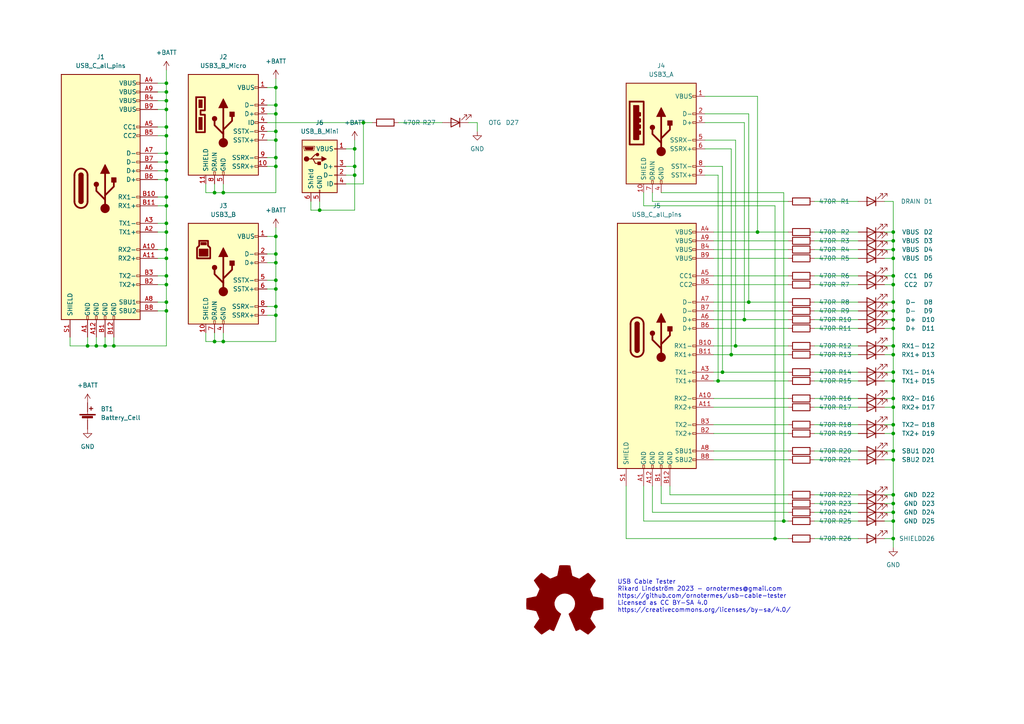
<source format=kicad_sch>
(kicad_sch (version 20211123) (generator eeschema)
  (paper "A4")
  (lib_symbols
    (symbol "Connector:USB3_A" (pin_names (offset 1.016))
      (property "Reference" "J" (at -10.16 15.24 0))
      (property "Value" "USB3_A" (at 10.16 15.24 0))
      (symbol "USB3_A_1_1"
        (pin power_in line (at 12.7 10.16 180) (length 2.54) (name "VBUS") (number "1"))
        (pin passive line (at -5.08 -17.78 90) (length 2.54) (name "SHIELD") (number "10"))
        (pin bidirectional line (at 12.7 5.08 180) (length 2.54) (name "D-") (number "2"))
        (pin bidirectional line (at 12.7 2.54 180) (length 2.54) (name "D+") (number "3"))
        (pin power_in line (at 0 -17.78 90) (length 2.54) (name "GND") (number "4"))
        (pin output line (at 12.7 -2.54 180) (length 2.54) (name "SSRX-") (number "5"))
        (pin output line (at 12.7 -5.08 180) (length 2.54) (name "SSRX+") (number "6"))
        (pin passive line (at -2.54 -17.78 90) (length 2.54) (name "DRAIN") (number "7"))
        (pin input line (at 12.7 -10.16 180) (length 2.54) (name "SSTX-") (number "8"))
        (pin input line (at 12.7 -12.7 180) (length 2.54) (name "SSTX+") (number "9"))
      )
    )
    (symbol "Connector:USB3_B" (pin_names (offset 1.016))
      (property "Reference" "J" (at -10.16 15.24 0))
      (property "Value" "USB3_B" (at 10.16 15.24 0))
      (symbol "USB3_B_1_1"
        (pin power_out line (at 12.7 10.16 180) (length 2.54) (name "VBUS") (number "1"))
        (pin passive line (at -5.08 -17.78 90) (length 2.54) (name "SHIELD") (number "10"))
        (pin bidirectional line (at 12.7 5.08 180) (length 2.54) (name "D-") (number "2"))
        (pin bidirectional line (at 12.7 2.54 180) (length 2.54) (name "D+") (number "3"))
        (pin power_out line (at 0 -17.78 90) (length 2.54) (name "GND") (number "4"))
        (pin output line (at 12.7 -2.54 180) (length 2.54) (name "SSTX-") (number "5"))
        (pin output line (at 12.7 -5.08 180) (length 2.54) (name "SSTX+") (number "6"))
        (pin passive line (at -2.54 -17.78 90) (length 2.54) (name "DRAIN") (number "7"))
        (pin input line (at 12.7 -10.16 180) (length 2.54) (name "SSRX-") (number "8"))
        (pin input line (at 12.7 -12.7 180) (length 2.54) (name "SSRX+") (number "9"))
      )
    )
    (symbol "Connector:USB3_B_Micro" (pin_names (offset 1.016))
      (property "Reference" "J" (at -10.16 15.24 0))
      (property "Value" "USB3_B_Micro" (at 10.16 15.24 0))
      (symbol "USB3_B_Micro_1_1"
        (pin power_out line (at 12.7 10.16 180) (length 2.54) (name "VBUS") (number "1"))
        (pin input line (at 12.7 -12.7 180) (length 2.54) (name "SSRX+") (number "10"))
        (pin passive line (at -5.08 -17.78 90) (length 2.54) (name "SHIELD") (number "11"))
        (pin bidirectional line (at 12.7 5.08 180) (length 2.54) (name "D-") (number "2"))
        (pin bidirectional line (at 12.7 2.54 180) (length 2.54) (name "D+") (number "3"))
        (pin passive line (at 12.7 0 180) (length 2.54) (name "ID") (number "4"))
        (pin power_out line (at 0 -17.78 90) (length 2.54) (name "GND") (number "5"))
        (pin output line (at 12.7 -2.54 180) (length 2.54) (name "SSTX-") (number "6"))
        (pin output line (at 12.7 -5.08 180) (length 2.54) (name "SSTX+") (number "7"))
        (pin passive line (at -2.54 -17.78 90) (length 2.54) (name "DRAIN") (number "8"))
        (pin input line (at 12.7 -10.16 180) (length 2.54) (name "SSRX-") (number "9"))
      )
    )
    (symbol "Connector:USB_B_Mini" (pin_names (offset 1.016))
      (property "Reference" "J" (at -5.08 11.43 0))
      (property "Value" "USB_B_Mini" (at -5.08 8.89 0))
      (symbol "USB_B_Mini_1_1"
        (pin power_out line (at 7.62 5.08 180) (length 2.54) (name "VBUS") (number "1"))
        (pin bidirectional line (at 7.62 -2.54 180) (length 2.54) (name "D-") (number "2"))
        (pin bidirectional line (at 7.62 0 180) (length 2.54) (name "D+") (number "3"))
        (pin passive line (at 7.62 -5.08 180) (length 2.54) (name "ID") (number "4"))
        (pin power_out line (at 0 -10.16 90) (length 2.54) (name "GND") (number "5"))
        (pin passive line (at -2.54 -10.16 90) (length 2.54) (name "Shield") (number "6"))
      )
    )
    (symbol "Device:Battery_Cell" (pin_numbers hide) (pin_names (offset 0) hide)
      (property "Reference" "BT" (at 2.54 2.54 0))
      (property "Value" "Battery_Cell" (at 2.54 0 0))
      (symbol "Battery_Cell_1_1"
        (pin passive line (at 0 5.08 270) (length 2.54) (name "+") (number "1"))
        (pin passive line (at 0 -2.54 90) (length 2.54) (name "-") (number "2"))
      )
    )
    (symbol "Device:LED" (pin_numbers hide) (pin_names (offset 1.016) hide)
      (property "Reference" "D" (at 0 2.54 0))
      (property "Value" "LED" (at 0 -2.54 0))
      (symbol "LED_1_1"
        (pin passive line (at -3.81 0 0) (length 2.54) (name "K") (number "1"))
        (pin passive line (at 3.81 0 180) (length 2.54) (name "A") (number "2"))
      )
    )
    (symbol "Device:R" (pin_numbers hide) (pin_names (offset 0))
      (property "Reference" "R" (at 2.032 0 90))
      (property "Value" "R" (at 0 0 90))
      (symbol "R_1_1"
        (pin passive line (at 0 3.81 270) (length 1.27) (name "~") (number "1"))
        (pin passive line (at 0 -3.81 90) (length 1.27) (name "~") (number "2"))
      )
    )
    (symbol "Graphic:Logo_Open_Hardware_Large" (pin_names (offset 1.016)))
    (symbol "misc:USB_C_all_pins" (pin_names (offset 1.016))
      (property "Reference" "J" (at -12.7 34.29 0))
      (property "Value" "USB_C_all_pins" (at 10.16 34.29 0))
      (symbol "USB_C_all_pins_1_1"
        (pin passive line (at -5.08 -43.18 90) (length 5.08) (name "GND") (number "A1"))
        (pin bidirectional line (at 15.24 -17.78 180) (length 5.08) (name "RX2-") (number "A10"))
        (pin bidirectional line (at 15.24 -20.32 180) (length 5.08) (name "RX2+") (number "A11"))
        (pin passive line (at -2.54 -43.18 90) (length 5.08) (name "GND") (number "A12"))
        (pin bidirectional line (at 15.24 -12.7 180) (length 5.08) (name "TX1+") (number "A2"))
        (pin bidirectional line (at 15.24 -10.16 180) (length 5.08) (name "TX1-") (number "A3"))
        (pin passive line (at 15.24 30.48 180) (length 5.08) (name "VBUS") (number "A4"))
        (pin bidirectional line (at 15.24 17.78 180) (length 5.08) (name "CC1") (number "A5"))
        (pin bidirectional line (at 15.24 5.08 180) (length 5.08) (name "D+") (number "A6"))
        (pin bidirectional line (at 15.24 10.16 180) (length 5.08) (name "D-") (number "A7"))
        (pin bidirectional line (at 15.24 -33.02 180) (length 5.08) (name "SBU1") (number "A8"))
        (pin passive line (at 15.24 27.94 180) (length 5.08) (name "VBUS") (number "A9"))
        (pin passive line (at 0 -43.18 90) (length 5.08) (name "GND") (number "B1"))
        (pin bidirectional line (at 15.24 -2.54 180) (length 5.08) (name "RX1-") (number "B10"))
        (pin bidirectional line (at 15.24 -5.08 180) (length 5.08) (name "RX1+") (number "B11"))
        (pin passive line (at 2.54 -43.18 90) (length 5.08) (name "GND") (number "B12"))
        (pin bidirectional line (at 15.24 -27.94 180) (length 5.08) (name "TX2+") (number "B2"))
        (pin bidirectional line (at 15.24 -25.4 180) (length 5.08) (name "TX2-") (number "B3"))
        (pin passive line (at 15.24 25.4 180) (length 5.08) (name "VBUS") (number "B4"))
        (pin bidirectional line (at 15.24 15.24 180) (length 5.08) (name "CC2") (number "B5"))
        (pin bidirectional line (at 15.24 2.54 180) (length 5.08) (name "D+") (number "B6"))
        (pin bidirectional line (at 15.24 7.62 180) (length 5.08) (name "D-") (number "B7"))
        (pin bidirectional line (at 15.24 -35.56 180) (length 5.08) (name "SBU2") (number "B8"))
        (pin passive line (at 15.24 22.86 180) (length 5.08) (name "VBUS") (number "B9"))
        (pin passive line (at -10.16 -43.18 90) (length 5.08) (name "SHIELD") (number "S1"))
      )
    )
    (symbol "power:+BATT" (power) (pin_names (offset 0))
      (property "Value" "+BATT" (at 0 3.556 0))
      (symbol "+BATT_1_1"
        (pin power_in line (at 0 0 90) (length 0) hide (name "+BATT") (number "1"))
      )
    )
    (symbol "power:GND" (power) (pin_names (offset 0))
      (property "Value" "GND" (at 0 -3.81 0))
      (symbol "GND_1_1"
        (pin power_in line (at 0 0 270) (length 0) hide (name "GND") (number "1"))
      )
    )
  )
  (junction (at 259.08 90.17))
  (junction (at 102.87 48.26))
  (junction (at 80.01 68.58))
  (junction (at 259.08 82.55))
  (junction (at 80.01 76.2))
  (junction (at 259.08 102.87))
  (junction (at 27.94 100.33))
  (junction (at 48.26 57.15))
  (junction (at 259.08 151.13))
  (junction (at 48.26 67.31))
  (junction (at 33.02 100.33))
  (junction (at 80.01 73.66))
  (junction (at 215.9 92.71))
  (junction (at 80.01 45.72))
  (junction (at 213.36 100.33))
  (junction (at 80.01 88.9))
  (junction (at 92.71 60.96))
  (junction (at 48.26 39.37))
  (junction (at 80.01 48.26))
  (junction (at 259.08 148.59))
  (junction (at 80.01 30.48))
  (junction (at 80.01 25.4))
  (junction (at 48.26 80.01))
  (junction (at 259.08 80.01))
  (junction (at 259.08 72.39))
  (junction (at 48.26 59.69))
  (junction (at 259.08 115.57))
  (junction (at 80.01 83.82))
  (junction (at 48.26 29.21))
  (junction (at 48.26 31.75))
  (junction (at 48.26 87.63))
  (junction (at 48.26 46.99))
  (junction (at 259.08 133.35))
  (junction (at 259.08 95.25))
  (junction (at 80.01 33.02))
  (junction (at 259.08 74.93))
  (junction (at 217.17 87.63))
  (junction (at 105.41 35.56))
  (junction (at 219.71 67.31))
  (junction (at 48.26 82.55))
  (junction (at 48.26 74.93))
  (junction (at 25.4 100.33))
  (junction (at 80.01 38.1))
  (junction (at 259.08 92.71))
  (junction (at 259.08 130.81))
  (junction (at 259.08 123.19))
  (junction (at 259.08 67.31))
  (junction (at 48.26 36.83))
  (junction (at 30.48 100.33))
  (junction (at 224.79 156.21))
  (junction (at 80.01 91.44))
  (junction (at 259.08 110.49))
  (junction (at 80.01 81.28))
  (junction (at 48.26 52.07))
  (junction (at 48.26 26.67))
  (junction (at 259.08 69.85))
  (junction (at 102.87 43.18))
  (junction (at 48.26 64.77))
  (junction (at 48.26 49.53))
  (junction (at 48.26 90.17))
  (junction (at 102.87 50.8))
  (junction (at 48.26 44.45))
  (junction (at 259.08 143.51))
  (junction (at 259.08 100.33))
  (junction (at 48.26 72.39))
  (junction (at 64.77 99.06))
  (junction (at 227.33 151.13))
  (junction (at 259.08 107.95))
  (junction (at 64.77 55.88))
  (junction (at 212.09 102.87))
  (junction (at 259.08 156.21))
  (junction (at 62.23 99.06))
  (junction (at 259.08 146.05))
  (junction (at 80.01 40.64))
  (junction (at 48.26 24.13))
  (junction (at 259.08 87.63))
  (junction (at 259.08 118.11))
  (junction (at 209.55 107.95))
  (junction (at 208.28 110.49))
  (junction (at 259.08 125.73))
  (junction (at 62.23 55.88))
  (wire (pts (xy 259.08 74.93) (xy 259.08 72.39)))
  (wire (pts (xy 100.33 43.18) (xy 102.87 43.18)))
  (wire (pts (xy 59.69 96.52) (xy 59.69 99.06)))
  (wire (pts (xy 62.23 96.52) (xy 62.23 99.06)))
  (wire (pts (xy 236.22 123.19) (xy 248.92 123.19)))
  (wire (pts (xy 45.72 31.75) (xy 48.26 31.75)))
  (wire (pts (xy 256.54 115.57) (xy 259.08 115.57)))
  (wire (pts (xy 77.47 91.44) (xy 80.01 91.44)))
  (wire (pts (xy 105.41 53.34) (xy 105.41 35.56)))
  (wire (pts (xy 20.32 100.33) (xy 25.4 100.33)))
  (wire (pts (xy 33.02 97.79) (xy 33.02 100.33)))
  (wire (pts (xy 259.08 146.05) (xy 259.08 143.51)))
  (wire (pts (xy 64.77 96.52) (xy 64.77 99.06)))
  (wire (pts (xy 59.69 53.34) (xy 59.69 55.88)))
  (wire (pts (xy 92.71 58.42) (xy 92.71 60.96)))
  (wire (pts (xy 256.54 156.21) (xy 259.08 156.21)))
  (wire (pts (xy 77.47 40.64) (xy 80.01 40.64)))
  (wire (pts (xy 236.22 146.05) (xy 248.92 146.05)))
  (wire (pts (xy 48.26 24.13) (xy 48.26 20.32)))
  (wire (pts (xy 48.26 39.37) (xy 48.26 36.83)))
  (wire (pts (xy 227.33 151.13) (xy 186.69 151.13)))
  (wire (pts (xy 259.08 69.85) (xy 259.08 67.31)))
  (wire (pts (xy 256.54 69.85) (xy 259.08 69.85)))
  (wire (pts (xy 80.01 81.28) (xy 80.01 76.2)))
  (wire (pts (xy 259.08 90.17) (xy 259.08 87.63)))
  (wire (pts (xy 256.54 146.05) (xy 259.08 146.05)))
  (wire (pts (xy 62.23 53.34) (xy 62.23 55.88)))
  (wire (pts (xy 45.72 49.53) (xy 48.26 49.53)))
  (wire (pts (xy 102.87 40.64) (xy 102.87 43.18)))
  (wire (pts (xy 77.47 76.2) (xy 80.01 76.2)))
  (wire (pts (xy 207.01 107.95) (xy 209.55 107.95)))
  (wire (pts (xy 236.22 58.42) (xy 248.92 58.42)))
  (wire (pts (xy 62.23 99.06) (xy 64.77 99.06)))
  (wire (pts (xy 100.33 48.26) (xy 102.87 48.26)))
  (wire (pts (xy 105.41 35.56) (xy 107.95 35.56)))
  (wire (pts (xy 62.23 55.88) (xy 64.77 55.88)))
  (wire (pts (xy 256.54 74.93) (xy 259.08 74.93)))
  (wire (pts (xy 45.72 74.93) (xy 48.26 74.93)))
  (wire (pts (xy 115.57 35.56) (xy 128.27 35.56)))
  (wire (pts (xy 236.22 110.49) (xy 248.92 110.49)))
  (wire (pts (xy 207.01 90.17) (xy 228.6 90.17)))
  (wire (pts (xy 256.54 80.01) (xy 259.08 80.01)))
  (wire (pts (xy 219.71 27.94) (xy 219.71 67.31)))
  (wire (pts (xy 236.22 125.73) (xy 248.92 125.73)))
  (wire (pts (xy 48.26 52.07) (xy 48.26 49.53)))
  (wire (pts (xy 64.77 53.34) (xy 64.77 55.88)))
  (wire (pts (xy 48.26 36.83) (xy 48.26 31.75)))
  (wire (pts (xy 138.43 35.56) (xy 138.43 38.1)))
  (wire (pts (xy 80.01 33.02) (xy 80.01 38.1)))
  (wire (pts (xy 45.72 80.01) (xy 48.26 80.01)))
  (wire (pts (xy 256.54 130.81) (xy 259.08 130.81)))
  (wire (pts (xy 194.31 140.97) (xy 194.31 143.51)))
  (wire (pts (xy 236.22 82.55) (xy 248.92 82.55)))
  (wire (pts (xy 207.01 100.33) (xy 213.36 100.33)))
  (wire (pts (xy 236.22 80.01) (xy 248.92 80.01)))
  (wire (pts (xy 259.08 158.75) (xy 259.08 156.21)))
  (wire (pts (xy 80.01 88.9) (xy 80.01 83.82)))
  (wire (pts (xy 228.6 156.21) (xy 224.79 156.21)))
  (wire (pts (xy 217.17 33.02) (xy 217.17 87.63)))
  (wire (pts (xy 256.54 82.55) (xy 259.08 82.55)))
  (wire (pts (xy 77.47 35.56) (xy 105.41 35.56)))
  (wire (pts (xy 48.26 87.63) (xy 48.26 82.55)))
  (wire (pts (xy 256.54 110.49) (xy 259.08 110.49)))
  (wire (pts (xy 256.54 143.51) (xy 259.08 143.51)))
  (wire (pts (xy 80.01 48.26) (xy 80.01 45.72)))
  (wire (pts (xy 236.22 72.39) (xy 248.92 72.39)))
  (wire (pts (xy 59.69 99.06) (xy 62.23 99.06)))
  (wire (pts (xy 213.36 100.33) (xy 228.6 100.33)))
  (wire (pts (xy 204.47 27.94) (xy 219.71 27.94)))
  (wire (pts (xy 207.01 67.31) (xy 219.71 67.31)))
  (wire (pts (xy 45.72 90.17) (xy 48.26 90.17)))
  (wire (pts (xy 228.6 151.13) (xy 227.33 151.13)))
  (wire (pts (xy 207.01 69.85) (xy 228.6 69.85)))
  (wire (pts (xy 80.01 33.02) (xy 80.01 30.48)))
  (wire (pts (xy 48.26 82.55) (xy 48.26 80.01)))
  (wire (pts (xy 256.54 125.73) (xy 259.08 125.73)))
  (wire (pts (xy 256.54 151.13) (xy 259.08 151.13)))
  (wire (pts (xy 80.01 25.4) (xy 80.01 22.86)))
  (wire (pts (xy 259.08 143.51) (xy 259.08 133.35)))
  (wire (pts (xy 207.01 110.49) (xy 208.28 110.49)))
  (wire (pts (xy 236.22 130.81) (xy 248.92 130.81)))
  (wire (pts (xy 80.01 68.58) (xy 80.01 66.04)))
  (wire (pts (xy 48.26 80.01) (xy 48.26 74.93)))
  (wire (pts (xy 45.72 67.31) (xy 48.26 67.31)))
  (wire (pts (xy 259.08 102.87) (xy 259.08 100.33)))
  (wire (pts (xy 80.01 83.82) (xy 80.01 81.28)))
  (wire (pts (xy 64.77 55.88) (xy 80.01 55.88)))
  (wire (pts (xy 48.26 26.67) (xy 48.26 24.13)))
  (wire (pts (xy 213.36 40.64) (xy 213.36 100.33)))
  (wire (pts (xy 207.01 82.55) (xy 228.6 82.55)))
  (wire (pts (xy 189.23 140.97) (xy 189.23 148.59)))
  (wire (pts (xy 64.77 99.06) (xy 80.01 99.06)))
  (wire (pts (xy 189.23 58.42) (xy 189.23 55.88)))
  (wire (pts (xy 27.94 97.79) (xy 27.94 100.33)))
  (wire (pts (xy 228.6 58.42) (xy 189.23 58.42)))
  (wire (pts (xy 45.72 39.37) (xy 48.26 39.37)))
  (wire (pts (xy 80.01 40.64) (xy 80.01 38.1)))
  (wire (pts (xy 77.47 83.82) (xy 80.01 83.82)))
  (wire (pts (xy 45.72 24.13) (xy 48.26 24.13)))
  (wire (pts (xy 45.72 29.21) (xy 48.26 29.21)))
  (wire (pts (xy 186.69 59.69) (xy 224.79 59.69)))
  (wire (pts (xy 236.22 90.17) (xy 248.92 90.17)))
  (wire (pts (xy 48.26 31.75) (xy 48.26 29.21)))
  (wire (pts (xy 48.26 57.15) (xy 48.26 52.07)))
  (wire (pts (xy 256.54 90.17) (xy 259.08 90.17)))
  (wire (pts (xy 102.87 50.8) (xy 102.87 60.96)))
  (wire (pts (xy 236.22 92.71) (xy 248.92 92.71)))
  (wire (pts (xy 45.72 46.99) (xy 48.26 46.99)))
  (wire (pts (xy 90.17 60.96) (xy 92.71 60.96)))
  (wire (pts (xy 48.26 49.53) (xy 48.26 46.99)))
  (wire (pts (xy 48.26 100.33) (xy 48.26 90.17)))
  (wire (pts (xy 100.33 53.34) (xy 105.41 53.34)))
  (wire (pts (xy 259.08 67.31) (xy 259.08 58.42)))
  (wire (pts (xy 236.22 115.57) (xy 248.92 115.57)))
  (wire (pts (xy 259.08 115.57) (xy 259.08 110.49)))
  (wire (pts (xy 256.54 123.19) (xy 259.08 123.19)))
  (wire (pts (xy 227.33 55.88) (xy 227.33 151.13)))
  (wire (pts (xy 207.01 118.11) (xy 228.6 118.11)))
  (wire (pts (xy 256.54 102.87) (xy 259.08 102.87)))
  (wire (pts (xy 256.54 87.63) (xy 259.08 87.63)))
  (wire (pts (xy 77.47 73.66) (xy 80.01 73.66)))
  (wire (pts (xy 204.47 50.8) (xy 208.28 50.8)))
  (wire (pts (xy 80.01 55.88) (xy 80.01 48.26)))
  (wire (pts (xy 224.79 156.21) (xy 181.61 156.21)))
  (wire (pts (xy 80.01 30.48) (xy 80.01 25.4)))
  (wire (pts (xy 207.01 133.35) (xy 228.6 133.35)))
  (wire (pts (xy 48.26 46.99) (xy 48.26 44.45)))
  (wire (pts (xy 219.71 67.31) (xy 228.6 67.31)))
  (wire (pts (xy 80.01 76.2) (xy 80.01 73.66)))
  (wire (pts (xy 77.47 68.58) (xy 80.01 68.58)))
  (wire (pts (xy 77.47 38.1) (xy 80.01 38.1)))
  (wire (pts (xy 236.22 107.95) (xy 248.92 107.95)))
  (wire (pts (xy 27.94 100.33) (xy 30.48 100.33)))
  (wire (pts (xy 207.01 115.57) (xy 228.6 115.57)))
  (wire (pts (xy 236.22 133.35) (xy 248.92 133.35)))
  (wire (pts (xy 48.26 44.45) (xy 48.26 39.37)))
  (wire (pts (xy 217.17 87.63) (xy 228.6 87.63)))
  (wire (pts (xy 48.26 59.69) (xy 48.26 57.15)))
  (wire (pts (xy 236.22 156.21) (xy 248.92 156.21)))
  (wire (pts (xy 45.72 59.69) (xy 48.26 59.69)))
  (wire (pts (xy 256.54 92.71) (xy 259.08 92.71)))
  (wire (pts (xy 215.9 35.56) (xy 215.9 92.71)))
  (wire (pts (xy 236.22 74.93) (xy 248.92 74.93)))
  (wire (pts (xy 207.01 130.81) (xy 228.6 130.81)))
  (wire (pts (xy 191.77 146.05) (xy 228.6 146.05)))
  (wire (pts (xy 256.54 118.11) (xy 259.08 118.11)))
  (wire (pts (xy 186.69 151.13) (xy 186.69 140.97)))
  (wire (pts (xy 259.08 148.59) (xy 259.08 146.05)))
  (wire (pts (xy 189.23 148.59) (xy 228.6 148.59)))
  (wire (pts (xy 236.22 100.33) (xy 248.92 100.33)))
  (wire (pts (xy 25.4 97.79) (xy 25.4 100.33)))
  (wire (pts (xy 236.22 102.87) (xy 248.92 102.87)))
  (wire (pts (xy 256.54 100.33) (xy 259.08 100.33)))
  (wire (pts (xy 259.08 133.35) (xy 259.08 130.81)))
  (wire (pts (xy 20.32 97.79) (xy 20.32 100.33)))
  (wire (pts (xy 194.31 143.51) (xy 228.6 143.51)))
  (wire (pts (xy 259.08 110.49) (xy 259.08 107.95)))
  (wire (pts (xy 207.01 123.19) (xy 228.6 123.19)))
  (wire (pts (xy 45.72 57.15) (xy 48.26 57.15)))
  (wire (pts (xy 80.01 91.44) (xy 80.01 88.9)))
  (wire (pts (xy 204.47 35.56) (xy 215.9 35.56)))
  (wire (pts (xy 208.28 110.49) (xy 228.6 110.49)))
  (wire (pts (xy 207.01 92.71) (xy 215.9 92.71)))
  (wire (pts (xy 204.47 48.26) (xy 209.55 48.26)))
  (wire (pts (xy 236.22 67.31) (xy 248.92 67.31)))
  (wire (pts (xy 102.87 48.26) (xy 102.87 50.8)))
  (wire (pts (xy 212.09 102.87) (xy 228.6 102.87)))
  (wire (pts (xy 77.47 88.9) (xy 80.01 88.9)))
  (wire (pts (xy 30.48 100.33) (xy 33.02 100.33)))
  (wire (pts (xy 207.01 80.01) (xy 228.6 80.01)))
  (wire (pts (xy 236.22 143.51) (xy 248.92 143.51)))
  (wire (pts (xy 48.26 74.93) (xy 48.26 72.39)))
  (wire (pts (xy 45.72 26.67) (xy 48.26 26.67)))
  (wire (pts (xy 256.54 107.95) (xy 259.08 107.95)))
  (wire (pts (xy 77.47 45.72) (xy 80.01 45.72)))
  (wire (pts (xy 191.77 140.97) (xy 191.77 146.05)))
  (wire (pts (xy 259.08 80.01) (xy 259.08 74.93)))
  (wire (pts (xy 236.22 95.25) (xy 248.92 95.25)))
  (wire (pts (xy 77.47 30.48) (xy 80.01 30.48)))
  (wire (pts (xy 256.54 72.39) (xy 259.08 72.39)))
  (wire (pts (xy 48.26 72.39) (xy 48.26 67.31)))
  (wire (pts (xy 45.72 82.55) (xy 48.26 82.55)))
  (wire (pts (xy 259.08 72.39) (xy 259.08 69.85)))
  (wire (pts (xy 215.9 92.71) (xy 228.6 92.71)))
  (wire (pts (xy 77.47 33.02) (xy 80.01 33.02)))
  (wire (pts (xy 30.48 97.79) (xy 30.48 100.33)))
  (wire (pts (xy 77.47 25.4) (xy 80.01 25.4)))
  (wire (pts (xy 259.08 123.19) (xy 259.08 118.11)))
  (wire (pts (xy 59.69 55.88) (xy 62.23 55.88)))
  (wire (pts (xy 212.09 43.18) (xy 212.09 102.87)))
  (wire (pts (xy 256.54 148.59) (xy 259.08 148.59)))
  (wire (pts (xy 48.26 29.21) (xy 48.26 26.67)))
  (wire (pts (xy 259.08 151.13) (xy 259.08 148.59)))
  (wire (pts (xy 90.17 58.42) (xy 90.17 60.96)))
  (wire (pts (xy 45.72 87.63) (xy 48.26 87.63)))
  (wire (pts (xy 204.47 33.02) (xy 217.17 33.02)))
  (wire (pts (xy 80.01 99.06) (xy 80.01 91.44)))
  (wire (pts (xy 207.01 125.73) (xy 228.6 125.73)))
  (wire (pts (xy 259.08 92.71) (xy 259.08 90.17)))
  (wire (pts (xy 259.08 107.95) (xy 259.08 102.87)))
  (wire (pts (xy 259.08 156.21) (xy 259.08 151.13)))
  (wire (pts (xy 45.72 44.45) (xy 48.26 44.45)))
  (wire (pts (xy 259.08 100.33) (xy 259.08 95.25)))
  (wire (pts (xy 77.47 81.28) (xy 80.01 81.28)))
  (wire (pts (xy 80.01 45.72) (xy 80.01 40.64)))
  (wire (pts (xy 204.47 40.64) (xy 213.36 40.64)))
  (wire (pts (xy 209.55 107.95) (xy 228.6 107.95)))
  (wire (pts (xy 207.01 72.39) (xy 228.6 72.39)))
  (wire (pts (xy 259.08 130.81) (xy 259.08 125.73)))
  (wire (pts (xy 92.71 60.96) (xy 102.87 60.96)))
  (wire (pts (xy 45.72 52.07) (xy 48.26 52.07)))
  (wire (pts (xy 236.22 118.11) (xy 248.92 118.11)))
  (wire (pts (xy 48.26 67.31) (xy 48.26 64.77)))
  (wire (pts (xy 236.22 87.63) (xy 248.92 87.63)))
  (wire (pts (xy 236.22 69.85) (xy 248.92 69.85)))
  (wire (pts (xy 259.08 82.55) (xy 259.08 80.01)))
  (wire (pts (xy 45.72 72.39) (xy 48.26 72.39)))
  (wire (pts (xy 135.89 35.56) (xy 138.43 35.56)))
  (wire (pts (xy 100.33 50.8) (xy 102.87 50.8)))
  (wire (pts (xy 33.02 100.33) (xy 48.26 100.33)))
  (wire (pts (xy 256.54 67.31) (xy 259.08 67.31)))
  (wire (pts (xy 48.26 90.17) (xy 48.26 87.63)))
  (wire (pts (xy 209.55 48.26) (xy 209.55 107.95)))
  (wire (pts (xy 77.47 48.26) (xy 80.01 48.26)))
  (wire (pts (xy 259.08 125.73) (xy 259.08 123.19)))
  (wire (pts (xy 259.08 87.63) (xy 259.08 82.55)))
  (wire (pts (xy 208.28 50.8) (xy 208.28 110.49)))
  (wire (pts (xy 25.4 100.33) (xy 27.94 100.33)))
  (wire (pts (xy 45.72 36.83) (xy 48.26 36.83)))
  (wire (pts (xy 236.22 151.13) (xy 248.92 151.13)))
  (wire (pts (xy 207.01 95.25) (xy 228.6 95.25)))
  (wire (pts (xy 259.08 118.11) (xy 259.08 115.57)))
  (wire (pts (xy 48.26 64.77) (xy 48.26 59.69)))
  (wire (pts (xy 256.54 133.35) (xy 259.08 133.35)))
  (wire (pts (xy 224.79 59.69) (xy 224.79 156.21)))
  (wire (pts (xy 186.69 55.88) (xy 186.69 59.69)))
  (wire (pts (xy 207.01 87.63) (xy 217.17 87.63)))
  (wire (pts (xy 191.77 55.88) (xy 227.33 55.88)))
  (wire (pts (xy 259.08 95.25) (xy 259.08 92.71)))
  (wire (pts (xy 256.54 95.25) (xy 259.08 95.25)))
  (wire (pts (xy 207.01 74.93) (xy 228.6 74.93)))
  (wire (pts (xy 236.22 148.59) (xy 248.92 148.59)))
  (wire (pts (xy 80.01 73.66) (xy 80.01 68.58)))
  (wire (pts (xy 102.87 43.18) (xy 102.87 48.26)))
  (wire (pts (xy 207.01 102.87) (xy 212.09 102.87)))
  (wire (pts (xy 259.08 58.42) (xy 256.54 58.42)))
  (wire (pts (xy 181.61 156.21) (xy 181.61 140.97)))
  (wire (pts (xy 45.72 64.77) (xy 48.26 64.77)))
  (wire (pts (xy 204.47 43.18) (xy 212.09 43.18)))
  (text "USB Cable Tester\nRikard Lindström 2023 - ornotermes@gmail.com\nhttps://github.com/ornotermes/usb-cable-tester\nLicensed as CC BY-SA 4.0\nhttps://creativecommons.org/licenses/by-sa/4.0/" (at 179.07 177.8 0) (effects (font (size 1.27 1.27)) (justify left bottom)))
  (symbol (lib_id "Device:R") (at 232.41 133.35 90) (unit 1)
    (property "Reference" "R21" (at 245.11 133.35 90))
    (property "Value" "470R" (at 240.03 133.35 90))
    (property "Footprint" "Resistor_SMD:R_0805_2012Metric" (effects hide))
  )
  (symbol (lib_id "Device:LED") (at 252.73 80.01 180) (unit 1)
    (property "Reference" "D6" (at 269.24 80.01 0))
    (property "Value" "CC1" (at 264.16 80.01 0))
    (property "Footprint" "LED_SMD:LED_0805_2012Metric" (effects hide))
  )
  (symbol (lib_id "Device:LED") (at 252.73 148.59 180) (unit 1)
    (property "Reference" "D24" (at 269.24 148.59 0))
    (property "Value" "GND" (at 264.16 148.59 0))
    (property "Footprint" "LED_SMD:LED_0805_2012Metric" (effects hide))
  )
  (symbol (lib_id "Device:LED") (at 252.73 100.33 180) (unit 1)
    (property "Reference" "D12" (at 269.24 100.33 0))
    (property "Value" "RX1-" (at 264.16 100.33 0))
    (property "Footprint" "LED_SMD:LED_0805_2012Metric" (effects hide))
  )
  (symbol (lib_id "Device:R") (at 232.41 74.93 90) (unit 1)
    (property "Reference" "R5" (at 245.11 74.93 90))
    (property "Value" "470R" (at 240.03 74.93 90))
    (property "Footprint" "Resistor_SMD:R_0805_2012Metric" (effects hide))
  )
  (symbol (lib_id "Device:R") (at 232.41 143.51 90) (unit 1)
    (property "Reference" "R22" (at 245.11 143.51 90))
    (property "Value" "470R" (at 240.03 143.51 90))
    (property "Footprint" "Resistor_SMD:R_0805_2012Metric" (effects hide))
  )
  (symbol (lib_id "Device:LED") (at 252.73 151.13 180) (unit 1)
    (property "Reference" "D25" (at 269.24 151.13 0))
    (property "Value" "GND" (at 264.16 151.13 0))
    (property "Footprint" "LED_SMD:LED_0805_2012Metric" (effects hide))
  )
  (symbol (lib_id "power:GND") (at 138.43 38.1 0) (unit 1)
    (property "Reference" "#PWR07" (effects hide))
    (property "Value" "GND" (at 138.43 43.18 0))
  )
  (symbol (lib_id "Device:LED") (at 252.73 123.19 180) (unit 1)
    (property "Reference" "D18" (at 269.24 123.19 0))
    (property "Value" "TX2-" (at 264.16 123.19 0))
    (property "Footprint" "LED_SMD:LED_0805_2012Metric" (effects hide))
  )
  (symbol (lib_id "Device:R") (at 232.41 115.57 90) (unit 1)
    (property "Reference" "R16" (at 245.11 115.57 90))
    (property "Value" "470R" (at 240.03 115.57 90))
    (property "Footprint" "Resistor_SMD:R_0805_2012Metric" (effects hide))
  )
  (symbol (lib_id "power:+BATT") (at 80.01 66.04 0) (unit 1)
    (property "Reference" "#PWR05" (effects hide))
    (property "Value" "+BATT" (at 80.01 60.96 0))
  )
  (symbol (lib_id "Device:R") (at 232.41 72.39 90) (unit 1)
    (property "Reference" "R4" (at 245.11 72.39 90))
    (property "Value" "470R" (at 240.03 72.39 90))
    (property "Footprint" "Resistor_SMD:R_0805_2012Metric" (effects hide))
  )
  (symbol (lib_id "Device:LED") (at 252.73 118.11 180) (unit 1)
    (property "Reference" "D17" (at 269.24 118.11 0))
    (property "Value" "RX2+" (at 264.16 118.11 0))
    (property "Footprint" "LED_SMD:LED_0805_2012Metric" (effects hide))
  )
  (symbol (lib_id "Device:R") (at 232.41 87.63 90) (unit 1)
    (property "Reference" "R8" (at 245.11 87.63 90))
    (property "Value" "470R" (at 240.03 87.63 90))
    (property "Footprint" "Resistor_SMD:R_0805_2012Metric" (effects hide))
  )
  (symbol (lib_id "Device:R") (at 232.41 95.25 90) (unit 1)
    (property "Reference" "R11" (at 245.11 95.25 90))
    (property "Value" "470R" (at 240.03 95.25 90))
    (property "Footprint" "Resistor_SMD:R_0805_2012Metric" (effects hide))
  )
  (symbol (lib_id "power:GND") (at 25.4 124.46 0) (unit 1)
    (property "Reference" "#PWR02" (effects hide))
    (property "Value" "GND" (at 25.4 129.54 0))
  )
  (symbol (lib_id "power:GND") (at 259.08 158.75 0) (unit 1)
    (property "Reference" "#PWR06" (effects hide))
    (property "Value" "GND" (at 259.08 163.83 0))
  )
  (symbol (lib_id "Device:R") (at 232.41 123.19 90) (unit 1)
    (property "Reference" "R18" (at 245.11 123.19 90))
    (property "Value" "470R" (at 240.03 123.19 90))
    (property "Footprint" "Resistor_SMD:R_0805_2012Metric" (effects hide))
  )
  (symbol (lib_id "Device:R") (at 232.41 156.21 90) (unit 1)
    (property "Reference" "R26" (at 245.11 156.21 90))
    (property "Value" "470R" (at 240.03 156.21 90))
    (property "Footprint" "Resistor_SMD:R_0805_2012Metric" (effects hide))
  )
  (symbol (lib_id "Device:LED") (at 252.73 67.31 180) (unit 1)
    (property "Reference" "D2" (at 269.24 67.31 0))
    (property "Value" "VBUS" (at 264.16 67.31 0))
    (property "Footprint" "LED_SMD:LED_0805_2012Metric" (effects hide))
  )
  (symbol (lib_id "Device:LED") (at 252.73 82.55 180) (unit 1)
    (property "Reference" "D7" (at 269.24 82.55 0))
    (property "Value" "CC2" (at 264.16 82.55 0))
    (property "Footprint" "LED_SMD:LED_0805_2012Metric" (effects hide))
  )
  (symbol (lib_id "Device:LED") (at 252.73 95.25 180) (unit 1)
    (property "Reference" "D11" (at 269.24 95.25 0))
    (property "Value" "D+" (at 264.16 95.25 0))
    (property "Footprint" "LED_SMD:LED_0805_2012Metric" (effects hide))
  )
  (symbol (lib_id "Device:R") (at 232.41 92.71 90) (unit 1)
    (property "Reference" "R10" (at 245.11 92.71 90))
    (property "Value" "470R" (at 240.03 92.71 90))
    (property "Footprint" "Resistor_SMD:R_0805_2012Metric" (effects hide))
  )
  (symbol (lib_id "Device:LED") (at 252.73 102.87 180) (unit 1)
    (property "Reference" "D13" (at 269.24 102.87 0))
    (property "Value" "RX1+" (at 264.16 102.87 0))
    (property "Footprint" "LED_SMD:LED_0805_2012Metric" (effects hide))
  )
  (symbol (lib_id "power:+BATT") (at 102.87 40.64 0) (unit 1)
    (property "Reference" "#PWR08" (effects hide))
    (property "Value" "+BATT" (at 102.87 35.56 0))
  )
  (symbol (lib_id "Device:R") (at 232.41 125.73 90) (unit 1)
    (property "Reference" "R19" (at 245.11 125.73 90))
    (property "Value" "470R" (at 240.03 125.73 90))
    (property "Footprint" "Resistor_SMD:R_0805_2012Metric" (effects hide))
  )
  (symbol (lib_id "power:+BATT") (at 80.01 22.86 0) (unit 1)
    (property "Reference" "#PWR04" (effects hide))
    (property "Value" "+BATT" (at 80.01 17.78 0))
  )
  (symbol (lib_id "Device:R") (at 232.41 151.13 90) (unit 1)
    (property "Reference" "R25" (at 245.11 151.13 90))
    (property "Value" "470R" (at 240.03 151.13 90))
    (property "Footprint" "Resistor_SMD:R_0805_2012Metric" (effects hide))
  )
  (symbol (lib_id "Device:R") (at 232.41 58.42 90) (unit 1)
    (property "Reference" "R1" (at 245.11 58.42 90))
    (property "Value" "470R" (at 240.03 58.42 90))
    (property "Footprint" "Resistor_SMD:R_0805_2012Metric" (effects hide))
  )
  (symbol (lib_id "Device:LED") (at 252.73 107.95 180) (unit 1)
    (property "Reference" "D14" (at 269.24 107.95 0))
    (property "Value" "TX1-" (at 264.16 107.95 0))
    (property "Footprint" "LED_SMD:LED_0805_2012Metric" (effects hide))
  )
  (symbol (lib_id "Device:R") (at 232.41 67.31 90) (unit 1)
    (property "Reference" "R2" (at 245.11 67.31 90))
    (property "Value" "470R" (at 240.03 67.31 90))
    (property "Footprint" "Resistor_SMD:R_0805_2012Metric" (effects hide))
  )
  (symbol (lib_id "Connector:USB3_B_Micro") (at 64.77 35.56 0) (unit 1)
    (property "Reference" "J2" (at 64.77 16.51 0))
    (property "Value" "USB3_B_Micro" (at 64.77 19.05 0))
    (property "Footprint" "misc:USB3_Micro-AB" (effects hide))
  )
  (symbol (lib_id "Device:R") (at 232.41 110.49 90) (unit 1)
    (property "Reference" "R15" (at 245.11 110.49 90))
    (property "Value" "470R" (at 240.03 110.49 90))
    (property "Footprint" "Resistor_SMD:R_0805_2012Metric" (effects hide))
  )
  (symbol (lib_id "Device:LED") (at 252.73 130.81 180) (unit 1)
    (property "Reference" "D20" (at 269.24 130.81 0))
    (property "Value" "SBU1" (at 264.16 130.81 0))
    (property "Footprint" "LED_SMD:LED_0805_2012Metric" (effects hide))
  )
  (symbol (lib_id "Device:R") (at 232.41 130.81 90) (unit 1)
    (property "Reference" "R20" (at 245.11 130.81 90))
    (property "Value" "470R" (at 240.03 130.81 90))
    (property "Footprint" "Resistor_SMD:R_0805_2012Metric" (effects hide))
  )
  (symbol (lib_id "Device:LED") (at 252.73 110.49 180) (unit 1)
    (property "Reference" "D15" (at 269.24 110.49 0))
    (property "Value" "TX1+" (at 264.16 110.49 0))
    (property "Footprint" "LED_SMD:LED_0805_2012Metric" (effects hide))
  )
  (symbol (lib_id "Device:LED") (at 252.73 133.35 180) (unit 1)
    (property "Reference" "D21" (at 269.24 133.35 0))
    (property "Value" "SBU2" (at 264.16 133.35 0))
    (property "Footprint" "LED_SMD:LED_0805_2012Metric" (effects hide))
  )
  (symbol (lib_id "Graphic:Logo_Open_Hardware_Large") (at 163.83 175.26 0) (unit 1)
    (property "Reference" "#LOGO1" (effects hide))
    (property "Value" "Logo_Open_Hardware_Large" (effects hide))
  )
  (symbol (lib_id "Device:R") (at 232.41 118.11 90) (unit 1)
    (property "Reference" "R17" (at 245.11 118.11 90))
    (property "Value" "470R" (at 240.03 118.11 90))
    (property "Footprint" "Resistor_SMD:R_0805_2012Metric" (effects hide))
  )
  (symbol (lib_id "Device:R") (at 232.41 90.17 90) (unit 1)
    (property "Reference" "R9" (at 245.11 90.17 90))
    (property "Value" "470R" (at 240.03 90.17 90))
    (property "Footprint" "Resistor_SMD:R_0805_2012Metric" (effects hide))
  )
  (symbol (lib_id "Connector:USB3_A") (at 191.77 38.1 0) (unit 1)
    (property "Reference" "J4" (at 191.77 19.05 0))
    (property "Value" "USB3_A" (at 191.77 21.59 0))
    (property "Footprint" "misc:USB 3.0 A XKB U231-091N-4BLRA00-S" (effects hide))
  )
  (symbol (lib_id "Device:R") (at 232.41 146.05 90) (unit 1)
    (property "Reference" "R23" (at 245.11 146.05 90))
    (property "Value" "470R" (at 240.03 146.05 90))
    (property "Footprint" "Resistor_SMD:R_0805_2012Metric" (effects hide))
  )
  (symbol (lib_id "Device:LED") (at 252.73 143.51 180) (unit 1)
    (property "Reference" "D22" (at 269.24 143.51 0))
    (property "Value" "GND" (at 264.16 143.51 0))
    (property "Footprint" "LED_SMD:LED_0805_2012Metric" (effects hide))
  )
  (symbol (lib_id "Device:LED") (at 252.73 74.93 180) (unit 1)
    (property "Reference" "D5" (at 269.24 74.93 0))
    (property "Value" "VBUS" (at 264.16 74.93 0))
    (property "Footprint" "LED_SMD:LED_0805_2012Metric" (effects hide))
  )
  (symbol (lib_id "Connector:USB3_B") (at 64.77 78.74 0) (unit 1)
    (property "Reference" "J3" (at 64.77 59.69 0))
    (property "Value" "USB3_B" (at 64.77 62.23 0))
    (property "Footprint" "misc:USB 3.0 B" (effects hide))
  )
  (symbol (lib_id "power:+BATT") (at 25.4 116.84 0) (unit 1)
    (property "Reference" "#PWR01" (effects hide))
    (property "Value" "+BATT" (at 25.4 111.76 0))
  )
  (symbol (lib_id "Device:LED") (at 252.73 69.85 180) (unit 1)
    (property "Reference" "D3" (at 269.24 69.85 0))
    (property "Value" "VBUS" (at 264.16 69.85 0))
    (property "Footprint" "LED_SMD:LED_0805_2012Metric" (effects hide))
  )
  (symbol (lib_id "Device:R") (at 232.41 100.33 90) (unit 1)
    (property "Reference" "R12" (at 245.11 100.33 90))
    (property "Value" "470R" (at 240.03 100.33 90))
    (property "Footprint" "Resistor_SMD:R_0805_2012Metric" (effects hide))
  )
  (symbol (lib_id "power:+BATT") (at 48.26 20.32 0) (unit 1)
    (property "Reference" "#PWR03" (effects hide))
    (property "Value" "+BATT" (at 48.26 15.24 0))
  )
  (symbol (lib_id "Device:LED") (at 132.08 35.56 180) (unit 1)
    (property "Reference" "D27" (at 148.59 35.56 0))
    (property "Value" "OTG" (at 143.51 35.56 0))
    (property "Footprint" "LED_SMD:LED_0805_2012Metric" (effects hide))
  )
  (symbol (lib_id "Device:R") (at 232.41 80.01 90) (unit 1)
    (property "Reference" "R6" (at 245.11 80.01 90))
    (property "Value" "470R" (at 240.03 80.01 90))
    (property "Footprint" "Resistor_SMD:R_0805_2012Metric" (effects hide))
  )
  (symbol (lib_id "Device:LED") (at 252.73 115.57 180) (unit 1)
    (property "Reference" "D16" (at 269.24 115.57 0))
    (property "Value" "RX2-" (at 264.16 115.57 0))
    (property "Footprint" "LED_SMD:LED_0805_2012Metric" (effects hide))
  )
  (symbol (lib_id "Device:LED") (at 252.73 146.05 180) (unit 1)
    (property "Reference" "D23" (at 269.24 146.05 0))
    (property "Value" "GND" (at 264.16 146.05 0))
    (property "Footprint" "LED_SMD:LED_0805_2012Metric" (effects hide))
  )
  (symbol (lib_id "Connector:USB_B_Mini") (at 92.71 48.26 0) (unit 1)
    (property "Reference" "J6" (at 92.71 35.56 0))
    (property "Value" "USB_B_Mini" (at 92.71 38.1 0))
    (property "Footprint" "misc:USB Mini-AB - Molex 565790576" (effects hide))
  )
  (symbol (lib_id "Device:R") (at 232.41 107.95 90) (unit 1)
    (property "Reference" "R14" (at 245.11 107.95 90))
    (property "Value" "470R" (at 240.03 107.95 90))
    (property "Footprint" "Resistor_SMD:R_0805_2012Metric" (effects hide))
  )
  (symbol (lib_id "Device:LED") (at 252.73 58.42 180) (unit 1)
    (property "Reference" "D1" (at 269.24 58.42 0))
    (property "Value" "DRAIN" (at 264.16 58.42 0))
    (property "Footprint" "LED_SMD:LED_0805_2012Metric" (effects hide))
  )
  (symbol (lib_id "misc:USB_C_all_pins") (at 30.48 54.61 0) (unit 1)
    (property "Reference" "J1" (at 29.21 16.51 0))
    (property "Value" "USB_C_all_pins" (at 29.21 19.05 0))
    (property "Footprint" "misc:USB-C Molex 105450" (effects hide))
    (property "Datasheet" "https://www.usb.org/sites/default/files/documents/usb_type-c.zip" (effects hide))
    (property "Source" "https://www.lcsc.com/product-detail/USB-Connectors_MOLEX-1054500101_C134092.html" (effects hide))
  )
  (symbol (lib_id "Device:LED") (at 252.73 125.73 180) (unit 1)
    (property "Reference" "D19" (at 269.24 125.73 0))
    (property "Value" "TX2+" (at 264.16 125.73 0))
    (property "Footprint" "LED_SMD:LED_0805_2012Metric" (effects hide))
  )
  (symbol (lib_id "Device:R") (at 232.41 102.87 90) (unit 1)
    (property "Reference" "R13" (at 245.11 102.87 90))
    (property "Value" "470R" (at 240.03 102.87 90))
    (property "Footprint" "Resistor_SMD:R_0805_2012Metric" (effects hide))
  )
  (symbol (lib_id "Device:R") (at 232.41 148.59 90) (unit 1)
    (property "Reference" "R24" (at 245.11 148.59 90))
    (property "Value" "470R" (at 240.03 148.59 90))
    (property "Footprint" "Resistor_SMD:R_0805_2012Metric" (effects hide))
  )
  (symbol (lib_id "Device:R") (at 111.76 35.56 90) (unit 1)
    (property "Reference" "R27" (at 124.46 35.56 90))
    (property "Value" "470R" (at 119.38 35.56 90))
    (property "Footprint" "Resistor_SMD:R_0805_2012Metric" (effects hide))
  )
  (symbol (lib_id "misc:USB_C_all_pins") (at 191.77 97.79 0) (unit 1)
    (property "Reference" "J5" (at 190.5 59.69 0))
    (property "Value" "USB_C_all_pins" (at 190.5 62.23 0))
    (property "Footprint" "misc:USB-C Molex 105450" (effects hide))
    (property "Datasheet" "https://www.usb.org/sites/default/files/documents/usb_type-c.zip" (effects hide))
    (property "Source" "https://www.lcsc.com/product-detail/USB-Connectors_MOLEX-1054500101_C134092.html" (effects hide))
  )
  (symbol (lib_id "Device:LED") (at 252.73 156.21 180) (unit 1)
    (property "Reference" "D26" (at 269.24 156.21 0))
    (property "Value" "SHIELD" (at 264.16 156.21 0))
    (property "Footprint" "LED_SMD:LED_0805_2012Metric" (effects hide))
  )
  (symbol (lib_id "Device:LED") (at 252.73 92.71 180) (unit 1)
    (property "Reference" "D10" (at 269.24 92.71 0))
    (property "Value" "D+" (at 264.16 92.71 0))
    (property "Footprint" "LED_SMD:LED_0805_2012Metric" (effects hide))
  )
  (symbol (lib_id "Device:Battery_Cell") (at 25.4 121.92 0) (unit 1)
    (property "Reference" "BT1" (at 29.21 118.6179 0) (effects (justify left)))
    (property "Value" "Battery_Cell" (at 29.21 121.1579 0) (effects (justify left)))
    (property "Footprint" "misc:BATT MY-2032-16" (effects hide))
  )
  (symbol (lib_id "Device:R") (at 232.41 82.55 90) (unit 1)
    (property "Reference" "R7" (at 245.11 82.55 90))
    (property "Value" "470R" (at 240.03 82.55 90))
    (property "Footprint" "Resistor_SMD:R_0805_2012Metric" (effects hide))
  )
  (symbol (lib_id "Device:LED") (at 252.73 90.17 180) (unit 1)
    (property "Reference" "D9" (at 269.24 90.17 0))
    (property "Value" "D-" (at 264.16 90.17 0))
    (property "Footprint" "LED_SMD:LED_0805_2012Metric" (effects hide))
  )
  (symbol (lib_id "Device:LED") (at 252.73 72.39 180) (unit 1)
    (property "Reference" "D4" (at 269.24 72.39 0))
    (property "Value" "VBUS" (at 264.16 72.39 0))
    (property "Footprint" "LED_SMD:LED_0805_2012Metric" (effects hide))
  )
  (symbol (lib_id "Device:R") (at 232.41 69.85 90) (unit 1)
    (property "Reference" "R3" (at 245.11 69.85 90))
    (property "Value" "470R" (at 240.03 69.85 90))
    (property "Footprint" "Resistor_SMD:R_0805_2012Metric" (effects hide))
  )
  (symbol (lib_id "Device:LED") (at 252.73 87.63 180) (unit 1)
    (property "Reference" "D8" (at 269.24 87.63 0))
    (property "Value" "D-" (at 264.16 87.63 0))
    (property "Footprint" "LED_SMD:LED_0805_2012Metric" (effects hide))
  )
)
</source>
